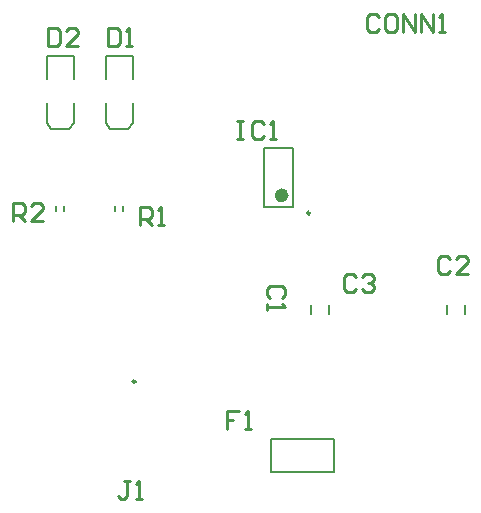
<source format=gto>
G04 Layer_Color=65535*
%FSLAX25Y25*%
%MOIN*%
G70*
G01*
G75*
%ADD17C,0.01000*%
%ADD22C,0.00984*%
%ADD23C,0.02362*%
%ADD24C,0.00787*%
D17*
X41899Y18798D02*
X39899D01*
X40899D01*
Y13800D01*
X39899Y12800D01*
X38900D01*
X37900Y13800D01*
X43898Y12800D02*
X45897D01*
X44898D01*
Y18798D01*
X43898Y17798D01*
X92676Y80025D02*
X93675Y81025D01*
Y83024D01*
X92676Y84024D01*
X88677D01*
X87677Y83024D01*
Y81025D01*
X88677Y80025D01*
X87677Y78026D02*
Y76026D01*
Y77026D01*
X93675D01*
X92676Y78026D01*
X148763Y92959D02*
X147763Y93959D01*
X145764D01*
X144764Y92959D01*
Y88960D01*
X145764Y87961D01*
X147763D01*
X148763Y88960D01*
X154761Y87961D02*
X150762D01*
X154761Y91959D01*
Y92959D01*
X153761Y93959D01*
X151761D01*
X150762Y92959D01*
X117266Y87054D02*
X116267Y88053D01*
X114267D01*
X113268Y87054D01*
Y83055D01*
X114267Y82055D01*
X116267D01*
X117266Y83055D01*
X119266Y87054D02*
X120265Y88053D01*
X122265D01*
X123265Y87054D01*
Y86054D01*
X122265Y85054D01*
X121265D01*
X122265D01*
X123265Y84054D01*
Y83055D01*
X122265Y82055D01*
X120265D01*
X119266Y83055D01*
X125140Y173668D02*
X124141Y174667D01*
X122141D01*
X121142Y173668D01*
Y169669D01*
X122141Y168669D01*
X124141D01*
X125140Y169669D01*
X130139Y174667D02*
X128139D01*
X127140Y173668D01*
Y169669D01*
X128139Y168669D01*
X130139D01*
X131139Y169669D01*
Y173668D01*
X130139Y174667D01*
X133138Y168669D02*
Y174667D01*
X137137Y168669D01*
Y174667D01*
X139136Y168669D02*
Y174667D01*
X143135Y168669D01*
Y174667D01*
X145134Y168669D02*
X147133D01*
X146134D01*
Y174667D01*
X145134Y173668D01*
X34564Y169834D02*
Y163836D01*
X37563D01*
X38563Y164836D01*
Y168835D01*
X37563Y169834D01*
X34564D01*
X40562Y163836D02*
X42561D01*
X41561D01*
Y169834D01*
X40562Y168835D01*
X14864Y169834D02*
Y163836D01*
X17863D01*
X18862Y164836D01*
Y168835D01*
X17863Y169834D01*
X14864D01*
X24861Y163836D02*
X20862D01*
X24861Y167835D01*
Y168835D01*
X23861Y169834D01*
X21861D01*
X20862Y168835D01*
X78317Y42214D02*
X74318D01*
Y39215D01*
X76318D01*
X74318D01*
Y36216D01*
X80316D02*
X82315D01*
X81316D01*
Y42214D01*
X80316Y41214D01*
X45300Y104100D02*
Y110098D01*
X48299D01*
X49299Y109098D01*
Y107099D01*
X48299Y106099D01*
X45300D01*
X47299D02*
X49299Y104100D01*
X51298D02*
X53297D01*
X52298D01*
Y110098D01*
X51298Y109098D01*
X3032Y105677D02*
Y111675D01*
X6030D01*
X7030Y110676D01*
Y108676D01*
X6030Y107676D01*
X3032D01*
X5031D02*
X7030Y105677D01*
X13028D02*
X9030D01*
X13028Y109676D01*
Y110676D01*
X12029Y111675D01*
X10029D01*
X9030Y110676D01*
X77849Y139028D02*
X79848D01*
X78848D01*
Y133029D01*
X77849D01*
X79848D01*
X86846Y138028D02*
X85846Y139028D01*
X83847D01*
X82847Y138028D01*
Y134029D01*
X83847Y133029D01*
X85846D01*
X86846Y134029D01*
X88845Y133029D02*
X90845D01*
X89845D01*
Y139028D01*
X88845Y138028D01*
D22*
X43899Y52049D02*
G03*
X43899Y52049I-492J0D01*
G01*
X102106Y108189D02*
G03*
X102106Y108189I-492J0D01*
G01*
D23*
X93740Y114085D02*
G03*
X93740Y114085I-1181J0D01*
G01*
D24*
X108346Y74575D02*
Y77724D01*
X102441Y74575D02*
Y77724D01*
X147717Y74575D02*
Y77724D01*
X153622Y74575D02*
Y77724D01*
X33937Y152921D02*
Y160402D01*
X42992Y152921D02*
Y160402D01*
X33937D02*
X42992D01*
X35512Y136386D02*
X41417D01*
X33937Y138354D02*
Y145047D01*
X41417Y136386D02*
X42992Y138354D01*
X33937D02*
X35512Y136386D01*
X42992Y138354D02*
Y145047D01*
X14252Y152921D02*
Y160402D01*
X23307Y152921D02*
Y160402D01*
X14252D02*
X23307D01*
X15827Y136386D02*
X21732D01*
X14252Y138354D02*
Y145047D01*
X21732Y136386D02*
X23307Y138354D01*
X14252D02*
X15827Y136386D01*
X23307Y138354D02*
Y145047D01*
X110033Y21788D02*
Y32812D01*
X89167Y21788D02*
Y32812D01*
X110033D01*
X89167Y21788D02*
X110033D01*
X39843Y108827D02*
Y110402D01*
X37087Y108827D02*
Y110402D01*
X20157Y108827D02*
Y110402D01*
X17402Y108827D02*
Y110402D01*
X86654Y129833D02*
X96496D01*
X86654Y110148D02*
X96496D01*
X86654D02*
Y129833D01*
X96496Y110148D02*
Y129833D01*
M02*

</source>
